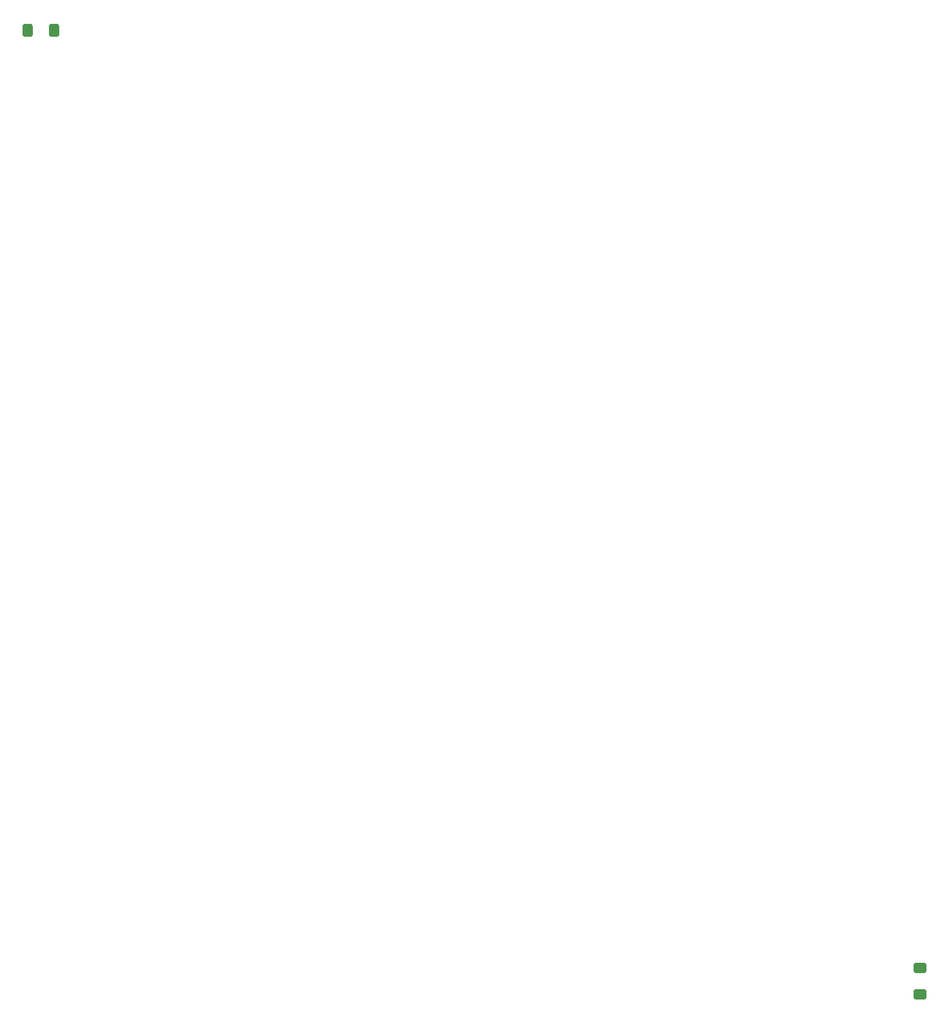
<source format=gbr>
%TF.GenerationSoftware,KiCad,Pcbnew,9.0.6-unknown-202512120022~866d92e1f6~ubuntu24.04.1*%
%TF.CreationDate,2026-01-16T23:30:06+02:00*%
%TF.ProjectId,TaltechPlate,54616c74-6563-4685-906c-6174652e6b69,rev?*%
%TF.SameCoordinates,Original*%
%TF.FileFunction,Paste,Top*%
%TF.FilePolarity,Positive*%
%FSLAX46Y46*%
G04 Gerber Fmt 4.6, Leading zero omitted, Abs format (unit mm)*
G04 Created by KiCad (PCBNEW 9.0.6-unknown-202512120022~866d92e1f6~ubuntu24.04.1) date 2026-01-16 23:30:06*
%MOMM*%
%LPD*%
G01*
G04 APERTURE LIST*
G04 Aperture macros list*
%AMRoundRect*
0 Rectangle with rounded corners*
0 $1 Rounding radius*
0 $2 $3 $4 $5 $6 $7 $8 $9 X,Y pos of 4 corners*
0 Add a 4 corners polygon primitive as box body*
4,1,4,$2,$3,$4,$5,$6,$7,$8,$9,$2,$3,0*
0 Add four circle primitives for the rounded corners*
1,1,$1+$1,$2,$3*
1,1,$1+$1,$4,$5*
1,1,$1+$1,$6,$7*
1,1,$1+$1,$8,$9*
0 Add four rect primitives between the rounded corners*
20,1,$1+$1,$2,$3,$4,$5,0*
20,1,$1+$1,$4,$5,$6,$7,0*
20,1,$1+$1,$6,$7,$8,$9,0*
20,1,$1+$1,$8,$9,$2,$3,0*%
G04 Aperture macros list end*
%ADD10RoundRect,0.250000X0.400000X0.600000X-0.400000X0.600000X-0.400000X-0.600000X0.400000X-0.600000X0*%
%ADD11RoundRect,0.250000X-0.600000X0.400000X-0.600000X-0.400000X0.600000X-0.400000X0.600000X0.400000X0*%
G04 APERTURE END LIST*
D10*
%TO.C,TH1*%
X53100000Y-45975000D03*
X49600000Y-45975000D03*
%TD*%
D11*
%TO.C,TH2*%
X166875000Y-169150000D03*
X166875000Y-172650000D03*
%TD*%
M02*

</source>
